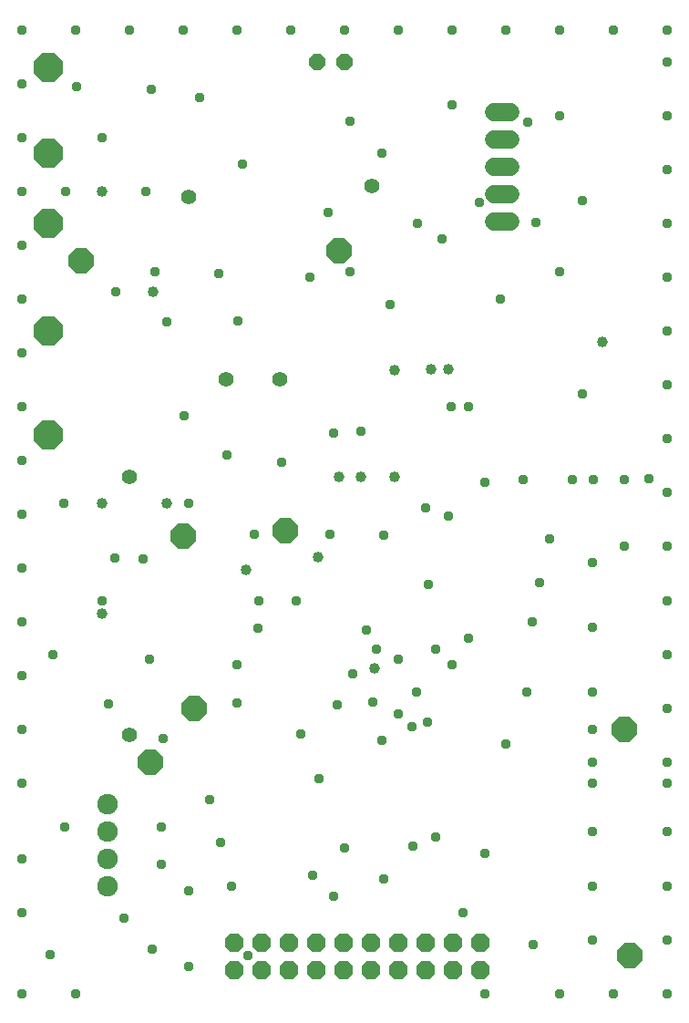
<source format=gbr>
G04 EAGLE Gerber RS-274X export*
G75*
%MOMM*%
%FSLAX34Y34*%
%LPD*%
%INSoldermask Bottom*%
%IPPOS*%
%AMOC8*
5,1,8,0,0,1.08239X$1,22.5*%
G01*
%ADD10P,1.869504X8X202.500000*%
%ADD11C,1.727200*%
%ADD12P,1.649562X8X202.500000*%
%ADD13C,1.917700*%
%ADD14P,2.969212X8X22.500000*%
%ADD15P,2.556822X8X22.500000*%
%ADD16C,0.959600*%
%ADD17C,1.403200*%
%ADD18C,1.009600*%


D10*
X431000Y26900D03*
X405600Y26900D03*
X380200Y26900D03*
X354800Y26900D03*
X329400Y26900D03*
X304000Y26900D03*
X278600Y26900D03*
X253200Y26900D03*
X227800Y26900D03*
X202400Y26900D03*
X431000Y52300D03*
X405600Y52300D03*
X380200Y52300D03*
X354800Y52300D03*
X329400Y52300D03*
X304000Y52300D03*
X278600Y52300D03*
X253200Y52300D03*
X227800Y52300D03*
X202400Y52300D03*
D11*
X444080Y722000D02*
X459320Y722000D01*
X459320Y747400D02*
X444080Y747400D01*
X444080Y772800D02*
X459320Y772800D01*
X459320Y798200D02*
X444080Y798200D01*
X444080Y823600D02*
X459320Y823600D01*
D12*
X305300Y870200D03*
X279900Y870200D03*
D13*
X84900Y105000D03*
X84900Y130400D03*
X84900Y155800D03*
X84900Y181200D03*
D14*
X30000Y523810D03*
X30000Y620000D03*
X30000Y865000D03*
X30000Y785000D03*
X30000Y720000D03*
D15*
X125000Y220000D03*
X165000Y270000D03*
X155000Y430000D03*
X565000Y250000D03*
X570000Y40000D03*
X300000Y695000D03*
X60000Y685000D03*
X250000Y435000D03*
D16*
X225000Y370000D03*
X260000Y370000D03*
X160000Y100000D03*
X160000Y30000D03*
X435000Y5000D03*
X5000Y130000D03*
X5000Y80000D03*
X5000Y5000D03*
X55000Y5000D03*
X605000Y5000D03*
X555000Y5000D03*
X505000Y5000D03*
X605000Y55000D03*
X605000Y105000D03*
X605000Y155000D03*
X605000Y200000D03*
X535000Y200000D03*
X535000Y155000D03*
X535000Y105000D03*
X535000Y55000D03*
X435000Y135000D03*
X415000Y80000D03*
X295000Y95000D03*
X200000Y105000D03*
X135000Y125000D03*
X341630Y111760D03*
X368740Y141460D03*
X480000Y50000D03*
X190000Y145000D03*
X215000Y40000D03*
X305000Y140000D03*
X390000Y150000D03*
D17*
X195000Y575000D03*
X245000Y575000D03*
D18*
X213725Y398725D03*
X280670Y410000D03*
D16*
X474980Y814070D03*
X205000Y310000D03*
X205000Y275000D03*
X420000Y550000D03*
X404224Y550000D03*
X535000Y250000D03*
X535000Y285000D03*
X535000Y345000D03*
X535000Y405000D03*
X535940Y482600D03*
X471351Y482600D03*
X516890Y482600D03*
X565150Y482600D03*
X535000Y220000D03*
X46250Y750000D03*
X180000Y185000D03*
X605000Y220000D03*
X605000Y270000D03*
X605000Y320000D03*
X605000Y370000D03*
X605000Y420000D03*
X605000Y470000D03*
X605000Y520000D03*
X605000Y570000D03*
X605000Y620000D03*
X605000Y670000D03*
X605000Y720000D03*
X605000Y770000D03*
X605000Y820000D03*
X605000Y870000D03*
X605000Y900000D03*
X555000Y900000D03*
X505000Y900000D03*
X455000Y900000D03*
X405000Y900000D03*
X355000Y900000D03*
X305000Y900000D03*
X255000Y900000D03*
X205000Y900000D03*
X155000Y900000D03*
X105000Y900000D03*
X55000Y900000D03*
X5000Y900000D03*
X5000Y850000D03*
X5000Y800000D03*
X5000Y750000D03*
X5000Y700000D03*
X5000Y650000D03*
X5000Y600000D03*
X5000Y550000D03*
X5000Y500000D03*
X5000Y450000D03*
X5000Y400000D03*
X5000Y350000D03*
X5000Y300000D03*
X5000Y250000D03*
X5000Y200000D03*
X45000Y160000D03*
X120000Y750000D03*
X405000Y830000D03*
X505000Y820000D03*
X505000Y675000D03*
X450000Y650000D03*
X435000Y480000D03*
X565000Y420000D03*
X420370Y335280D03*
X382640Y385090D03*
X272640Y670090D03*
X347640Y645090D03*
X341730Y430620D03*
X291290Y431150D03*
X221290Y431150D03*
X118130Y408820D03*
X92030Y409030D03*
X92200Y656890D03*
X129200Y674990D03*
X44200Y459990D03*
X34200Y319990D03*
X124200Y314990D03*
X264630Y246370D03*
X454630Y236370D03*
X587640Y482700D03*
X295000Y525000D03*
X320040Y527050D03*
X246420Y498620D03*
X139930Y628460D03*
X170180Y836930D03*
X331100Y275690D03*
X371740Y284580D03*
X381900Y256720D03*
X380630Y456030D03*
X372740Y719850D03*
X125910Y844640D03*
X280910Y204640D03*
X224430Y343810D03*
X401814Y448310D03*
X80000Y800000D03*
X210000Y775000D03*
X310000Y815000D03*
X195580Y505460D03*
X206320Y629110D03*
X188010Y673480D03*
X85640Y274070D03*
X479170Y350040D03*
X474170Y285040D03*
X526220Y561380D03*
X526220Y741380D03*
X126220Y46380D03*
X31220Y41380D03*
X136220Y241380D03*
X156220Y541380D03*
X495840Y426860D03*
X485840Y386860D03*
X135000Y160000D03*
X55880Y847090D03*
D18*
X80000Y750000D03*
X79375Y357505D03*
X351250Y583750D03*
X80000Y460000D03*
X140000Y460000D03*
X300000Y485000D03*
X320000Y485000D03*
X351250Y485000D03*
X385286Y585000D03*
X401556Y585000D03*
X544249Y610000D03*
D16*
X160000Y460000D03*
X80000Y370000D03*
X482600Y721360D03*
D17*
X105000Y245000D03*
X330000Y755000D03*
X105000Y485000D03*
X160000Y745000D03*
D16*
X275000Y115000D03*
X100000Y75000D03*
X430000Y740000D03*
X355000Y265000D03*
X355000Y315000D03*
X335000Y325000D03*
X390000Y325000D03*
X312420Y302260D03*
X367850Y252850D03*
D18*
X332740Y307340D03*
X127540Y656270D03*
D16*
X290000Y730000D03*
X405000Y310000D03*
X340000Y785000D03*
X395525Y705405D03*
X298450Y273050D03*
X340000Y240000D03*
X325120Y342900D03*
X310000Y675000D03*
M02*

</source>
